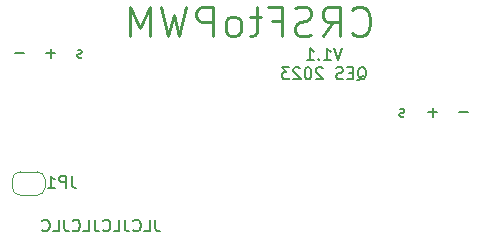
<source format=gbo>
%TF.GenerationSoftware,KiCad,Pcbnew,(6.0.9)*%
%TF.CreationDate,2023-04-09T23:50:28-06:00*%
%TF.ProjectId,CRSFtoPWM,43525346-746f-4505-974d-2e6b69636164,rev?*%
%TF.SameCoordinates,Original*%
%TF.FileFunction,Legend,Bot*%
%TF.FilePolarity,Positive*%
%FSLAX46Y46*%
G04 Gerber Fmt 4.6, Leading zero omitted, Abs format (unit mm)*
G04 Created by KiCad (PCBNEW (6.0.9)) date 2023-04-09 23:50:28*
%MOMM*%
%LPD*%
G01*
G04 APERTURE LIST*
G04 Aperture macros list*
%AMFreePoly0*
4,1,22,0.500000,-0.750000,0.000000,-0.750000,0.000000,-0.745033,-0.079941,-0.743568,-0.215256,-0.701293,-0.333266,-0.622738,-0.424486,-0.514219,-0.481581,-0.384460,-0.499164,-0.250000,-0.500000,-0.250000,-0.500000,0.250000,-0.499164,0.250000,-0.499963,0.256109,-0.478152,0.396186,-0.417904,0.524511,-0.324060,0.630769,-0.204165,0.706417,-0.067858,0.745374,0.000000,0.744959,0.000000,0.750000,
0.500000,0.750000,0.500000,-0.750000,0.500000,-0.750000,$1*%
%AMFreePoly1*
4,1,20,0.000000,0.744959,0.073905,0.744508,0.209726,0.703889,0.328688,0.626782,0.421226,0.519385,0.479903,0.390333,0.500000,0.250000,0.500000,-0.250000,0.499851,-0.262216,0.476331,-0.402017,0.414519,-0.529596,0.319384,-0.634700,0.198574,-0.708877,0.061801,-0.746166,0.000000,-0.745033,0.000000,-0.750000,-0.500000,-0.750000,-0.500000,0.750000,0.000000,0.750000,0.000000,0.744959,
0.000000,0.744959,$1*%
G04 Aperture macros list end*
%ADD10C,0.160000*%
%ADD11C,0.250000*%
%ADD12C,0.150000*%
%ADD13C,0.120000*%
%ADD14R,1.700000X1.700000*%
%ADD15R,1.650000X1.650000*%
%ADD16C,1.650000*%
%ADD17O,1.700000X1.700000*%
%ADD18FreePoly0,0.000000*%
%ADD19FreePoly1,0.000000*%
G04 APERTURE END LIST*
D10*
X180080952Y-105071428D02*
X179319047Y-105071428D01*
X145138094Y-100071428D02*
X144376189Y-100071428D01*
X144757142Y-100452380D02*
X144757142Y-99690476D01*
X177480952Y-105071428D02*
X176719047Y-105071428D01*
X177100000Y-105452380D02*
X177100000Y-104690476D01*
X142480952Y-100071428D02*
X141719047Y-100071428D01*
D11*
X170290476Y-98392857D02*
X170409523Y-98511904D01*
X170766666Y-98630952D01*
X171004761Y-98630952D01*
X171361904Y-98511904D01*
X171600000Y-98273809D01*
X171719047Y-98035714D01*
X171838095Y-97559523D01*
X171838095Y-97202380D01*
X171719047Y-96726190D01*
X171600000Y-96488095D01*
X171361904Y-96250000D01*
X171004761Y-96130952D01*
X170766666Y-96130952D01*
X170409523Y-96250000D01*
X170290476Y-96369047D01*
X167790476Y-98630952D02*
X168623809Y-97440476D01*
X169219047Y-98630952D02*
X169219047Y-96130952D01*
X168266666Y-96130952D01*
X168028571Y-96250000D01*
X167909523Y-96369047D01*
X167790476Y-96607142D01*
X167790476Y-96964285D01*
X167909523Y-97202380D01*
X168028571Y-97321428D01*
X168266666Y-97440476D01*
X169219047Y-97440476D01*
X166838095Y-98511904D02*
X166480952Y-98630952D01*
X165885714Y-98630952D01*
X165647619Y-98511904D01*
X165528571Y-98392857D01*
X165409523Y-98154761D01*
X165409523Y-97916666D01*
X165528571Y-97678571D01*
X165647619Y-97559523D01*
X165885714Y-97440476D01*
X166361904Y-97321428D01*
X166600000Y-97202380D01*
X166719047Y-97083333D01*
X166838095Y-96845238D01*
X166838095Y-96607142D01*
X166719047Y-96369047D01*
X166600000Y-96250000D01*
X166361904Y-96130952D01*
X165766666Y-96130952D01*
X165409523Y-96250000D01*
X163504761Y-97321428D02*
X164338095Y-97321428D01*
X164338095Y-98630952D02*
X164338095Y-96130952D01*
X163147619Y-96130952D01*
X162552380Y-96964285D02*
X161600000Y-96964285D01*
X162195238Y-96130952D02*
X162195238Y-98273809D01*
X162076190Y-98511904D01*
X161838095Y-98630952D01*
X161600000Y-98630952D01*
X160409523Y-98630952D02*
X160647619Y-98511904D01*
X160766666Y-98392857D01*
X160885714Y-98154761D01*
X160885714Y-97440476D01*
X160766666Y-97202380D01*
X160647619Y-97083333D01*
X160409523Y-96964285D01*
X160052380Y-96964285D01*
X159814285Y-97083333D01*
X159695238Y-97202380D01*
X159576190Y-97440476D01*
X159576190Y-98154761D01*
X159695238Y-98392857D01*
X159814285Y-98511904D01*
X160052380Y-98630952D01*
X160409523Y-98630952D01*
X158504761Y-98630952D02*
X158504761Y-96130952D01*
X157552380Y-96130952D01*
X157314285Y-96250000D01*
X157195238Y-96369047D01*
X157076190Y-96607142D01*
X157076190Y-96964285D01*
X157195238Y-97202380D01*
X157314285Y-97321428D01*
X157552380Y-97440476D01*
X158504761Y-97440476D01*
X156242857Y-96130952D02*
X155647619Y-98630952D01*
X155171428Y-96845238D01*
X154695238Y-98630952D01*
X154100000Y-96130952D01*
X153147619Y-98630952D02*
X153147619Y-96130952D01*
X152314285Y-97916666D01*
X151480952Y-96130952D01*
X151480952Y-98630952D01*
D10*
X169423809Y-99647380D02*
X169090476Y-100647380D01*
X168757142Y-99647380D01*
X167900000Y-100647380D02*
X168471428Y-100647380D01*
X168185714Y-100647380D02*
X168185714Y-99647380D01*
X168280952Y-99790238D01*
X168376190Y-99885476D01*
X168471428Y-99933095D01*
X167471428Y-100552142D02*
X167423809Y-100599761D01*
X167471428Y-100647380D01*
X167519047Y-100599761D01*
X167471428Y-100552142D01*
X167471428Y-100647380D01*
X166471428Y-100647380D02*
X167042857Y-100647380D01*
X166757142Y-100647380D02*
X166757142Y-99647380D01*
X166852380Y-99790238D01*
X166947619Y-99885476D01*
X167042857Y-99933095D01*
X170733333Y-102352619D02*
X170828571Y-102305000D01*
X170923809Y-102209761D01*
X171066666Y-102066904D01*
X171161904Y-102019285D01*
X171257142Y-102019285D01*
X171209523Y-102257380D02*
X171304761Y-102209761D01*
X171400000Y-102114523D01*
X171447619Y-101924047D01*
X171447619Y-101590714D01*
X171400000Y-101400238D01*
X171304761Y-101305000D01*
X171209523Y-101257380D01*
X171019047Y-101257380D01*
X170923809Y-101305000D01*
X170828571Y-101400238D01*
X170780952Y-101590714D01*
X170780952Y-101924047D01*
X170828571Y-102114523D01*
X170923809Y-102209761D01*
X171019047Y-102257380D01*
X171209523Y-102257380D01*
X170352380Y-101733571D02*
X170019047Y-101733571D01*
X169876190Y-102257380D02*
X170352380Y-102257380D01*
X170352380Y-101257380D01*
X169876190Y-101257380D01*
X169495238Y-102209761D02*
X169352380Y-102257380D01*
X169114285Y-102257380D01*
X169019047Y-102209761D01*
X168971428Y-102162142D01*
X168923809Y-102066904D01*
X168923809Y-101971666D01*
X168971428Y-101876428D01*
X169019047Y-101828809D01*
X169114285Y-101781190D01*
X169304761Y-101733571D01*
X169400000Y-101685952D01*
X169447619Y-101638333D01*
X169495238Y-101543095D01*
X169495238Y-101447857D01*
X169447619Y-101352619D01*
X169400000Y-101305000D01*
X169304761Y-101257380D01*
X169066666Y-101257380D01*
X168923809Y-101305000D01*
X167780952Y-101352619D02*
X167733333Y-101305000D01*
X167638095Y-101257380D01*
X167400000Y-101257380D01*
X167304761Y-101305000D01*
X167257142Y-101352619D01*
X167209523Y-101447857D01*
X167209523Y-101543095D01*
X167257142Y-101685952D01*
X167828571Y-102257380D01*
X167209523Y-102257380D01*
X166590476Y-101257380D02*
X166495238Y-101257380D01*
X166400000Y-101305000D01*
X166352380Y-101352619D01*
X166304761Y-101447857D01*
X166257142Y-101638333D01*
X166257142Y-101876428D01*
X166304761Y-102066904D01*
X166352380Y-102162142D01*
X166400000Y-102209761D01*
X166495238Y-102257380D01*
X166590476Y-102257380D01*
X166685714Y-102209761D01*
X166733333Y-102162142D01*
X166780952Y-102066904D01*
X166828571Y-101876428D01*
X166828571Y-101638333D01*
X166780952Y-101447857D01*
X166733333Y-101352619D01*
X166685714Y-101305000D01*
X166590476Y-101257380D01*
X165876190Y-101352619D02*
X165828571Y-101305000D01*
X165733333Y-101257380D01*
X165495238Y-101257380D01*
X165400000Y-101305000D01*
X165352380Y-101352619D01*
X165304761Y-101447857D01*
X165304761Y-101543095D01*
X165352380Y-101685952D01*
X165923809Y-102257380D01*
X165304761Y-102257380D01*
X164971428Y-101257380D02*
X164352380Y-101257380D01*
X164685714Y-101638333D01*
X164542857Y-101638333D01*
X164447619Y-101685952D01*
X164400000Y-101733571D01*
X164352380Y-101828809D01*
X164352380Y-102066904D01*
X164400000Y-102162142D01*
X164447619Y-102209761D01*
X164542857Y-102257380D01*
X164828571Y-102257380D01*
X164923809Y-102209761D01*
X164971428Y-102162142D01*
X153619047Y-114152380D02*
X153619047Y-114866666D01*
X153666666Y-115009523D01*
X153761904Y-115104761D01*
X153904761Y-115152380D01*
X154000000Y-115152380D01*
X152666666Y-115152380D02*
X153142857Y-115152380D01*
X153142857Y-114152380D01*
X151761904Y-115057142D02*
X151809523Y-115104761D01*
X151952380Y-115152380D01*
X152047619Y-115152380D01*
X152190476Y-115104761D01*
X152285714Y-115009523D01*
X152333333Y-114914285D01*
X152380952Y-114723809D01*
X152380952Y-114580952D01*
X152333333Y-114390476D01*
X152285714Y-114295238D01*
X152190476Y-114200000D01*
X152047619Y-114152380D01*
X151952380Y-114152380D01*
X151809523Y-114200000D01*
X151761904Y-114247619D01*
X151047619Y-114152380D02*
X151047619Y-114866666D01*
X151095238Y-115009523D01*
X151190476Y-115104761D01*
X151333333Y-115152380D01*
X151428571Y-115152380D01*
X150095238Y-115152380D02*
X150571428Y-115152380D01*
X150571428Y-114152380D01*
X149190476Y-115057142D02*
X149238095Y-115104761D01*
X149380952Y-115152380D01*
X149476190Y-115152380D01*
X149619047Y-115104761D01*
X149714285Y-115009523D01*
X149761904Y-114914285D01*
X149809523Y-114723809D01*
X149809523Y-114580952D01*
X149761904Y-114390476D01*
X149714285Y-114295238D01*
X149619047Y-114200000D01*
X149476190Y-114152380D01*
X149380952Y-114152380D01*
X149238095Y-114200000D01*
X149190476Y-114247619D01*
X148476190Y-114152380D02*
X148476190Y-114866666D01*
X148523809Y-115009523D01*
X148619047Y-115104761D01*
X148761904Y-115152380D01*
X148857142Y-115152380D01*
X147523809Y-115152380D02*
X148000000Y-115152380D01*
X148000000Y-114152380D01*
X146619047Y-115057142D02*
X146666666Y-115104761D01*
X146809523Y-115152380D01*
X146904761Y-115152380D01*
X147047619Y-115104761D01*
X147142857Y-115009523D01*
X147190476Y-114914285D01*
X147238095Y-114723809D01*
X147238095Y-114580952D01*
X147190476Y-114390476D01*
X147142857Y-114295238D01*
X147047619Y-114200000D01*
X146904761Y-114152380D01*
X146809523Y-114152380D01*
X146666666Y-114200000D01*
X146619047Y-114247619D01*
X145904761Y-114152380D02*
X145904761Y-114866666D01*
X145952380Y-115009523D01*
X146047619Y-115104761D01*
X146190476Y-115152380D01*
X146285714Y-115152380D01*
X144952380Y-115152380D02*
X145428571Y-115152380D01*
X145428571Y-114152380D01*
X144047619Y-115057142D02*
X144095238Y-115104761D01*
X144238095Y-115152380D01*
X144333333Y-115152380D01*
X144476190Y-115104761D01*
X144571428Y-115009523D01*
X144619047Y-114914285D01*
X144666666Y-114723809D01*
X144666666Y-114580952D01*
X144619047Y-114390476D01*
X144571428Y-114295238D01*
X144476190Y-114200000D01*
X144333333Y-114152380D01*
X144238095Y-114152380D01*
X144095238Y-114200000D01*
X144047619Y-114247619D01*
X174714285Y-105404761D02*
X174619047Y-105452380D01*
X174428571Y-105452380D01*
X174333333Y-105404761D01*
X174285714Y-105309523D01*
X174285714Y-105261904D01*
X174333333Y-105166666D01*
X174428571Y-105119047D01*
X174571428Y-105119047D01*
X174666666Y-105071428D01*
X174714285Y-104976190D01*
X174714285Y-104928571D01*
X174666666Y-104833333D01*
X174571428Y-104785714D01*
X174428571Y-104785714D01*
X174333333Y-104833333D01*
X147414285Y-100404761D02*
X147319047Y-100452380D01*
X147128571Y-100452380D01*
X147033333Y-100404761D01*
X146985714Y-100309523D01*
X146985714Y-100261904D01*
X147033333Y-100166666D01*
X147128571Y-100119047D01*
X147271428Y-100119047D01*
X147366666Y-100071428D01*
X147414285Y-99976190D01*
X147414285Y-99928571D01*
X147366666Y-99833333D01*
X147271428Y-99785714D01*
X147128571Y-99785714D01*
X147033333Y-99833333D01*
D12*
X146533333Y-110452380D02*
X146533333Y-111166666D01*
X146580952Y-111309523D01*
X146676190Y-111404761D01*
X146819047Y-111452380D01*
X146914285Y-111452380D01*
X146057142Y-111452380D02*
X146057142Y-110452380D01*
X145676190Y-110452380D01*
X145580952Y-110500000D01*
X145533333Y-110547619D01*
X145485714Y-110642857D01*
X145485714Y-110785714D01*
X145533333Y-110880952D01*
X145580952Y-110928571D01*
X145676190Y-110976190D01*
X146057142Y-110976190D01*
X144533333Y-111452380D02*
X145104761Y-111452380D01*
X144819047Y-111452380D02*
X144819047Y-110452380D01*
X144914285Y-110595238D01*
X145009523Y-110690476D01*
X145104761Y-110738095D01*
D13*
X142200000Y-112100000D02*
X143600000Y-112100000D01*
X144300000Y-111400000D02*
X144300000Y-110800000D01*
X141500000Y-110800000D02*
X141500000Y-111400000D01*
X143600000Y-110100000D02*
X142200000Y-110100000D01*
X143600000Y-112100000D02*
G75*
G03*
X144300000Y-111400000I0J700000D01*
G01*
X142200000Y-110100000D02*
G75*
G03*
X141500000Y-110800000I-1J-699999D01*
G01*
X144300000Y-110800000D02*
G75*
G03*
X143600000Y-110100000I-700000J0D01*
G01*
X141500000Y-111400000D02*
G75*
G03*
X142200000Y-112100000I699999J-1D01*
G01*
%LPC*%
D14*
X142900000Y-113100000D03*
D15*
X174560000Y-106690000D03*
D16*
X177100000Y-106690000D03*
X179640000Y-106690000D03*
X174560000Y-109230000D03*
X177100000Y-109230000D03*
X179640000Y-109230000D03*
X174560000Y-111770000D03*
X177100000Y-111770000D03*
X179640000Y-111770000D03*
X174560000Y-114310000D03*
X177100000Y-114310000D03*
X179640000Y-114310000D03*
D14*
X168775000Y-113800000D03*
D17*
X166235000Y-113800000D03*
X163695000Y-113800000D03*
X161155000Y-113800000D03*
X158615000Y-113800000D03*
D15*
X147200000Y-98400000D03*
D16*
X144660000Y-98400000D03*
X142120000Y-98400000D03*
X147200000Y-95860000D03*
X144660000Y-95860000D03*
X142120000Y-95860000D03*
D14*
X151100000Y-107200000D03*
D17*
X151100000Y-104660000D03*
X151100000Y-102120000D03*
X151100000Y-99580000D03*
D15*
X147200000Y-109100000D03*
D16*
X144660000Y-109100000D03*
X142120000Y-109100000D03*
X147200000Y-106560000D03*
X144660000Y-106560000D03*
X142120000Y-106560000D03*
X147200000Y-104020000D03*
X144660000Y-104020000D03*
X142120000Y-104020000D03*
X147200000Y-101480000D03*
X144660000Y-101480000D03*
X142120000Y-101480000D03*
D15*
X174560000Y-96020000D03*
D16*
X177100000Y-96020000D03*
X179640000Y-96020000D03*
X174560000Y-98560000D03*
X177100000Y-98560000D03*
X179640000Y-98560000D03*
X174560000Y-101100000D03*
X177100000Y-101100000D03*
X179640000Y-101100000D03*
X174560000Y-103640000D03*
X177100000Y-103640000D03*
X179640000Y-103640000D03*
D18*
X142250000Y-111100000D03*
D19*
X143550000Y-111100000D03*
M02*

</source>
